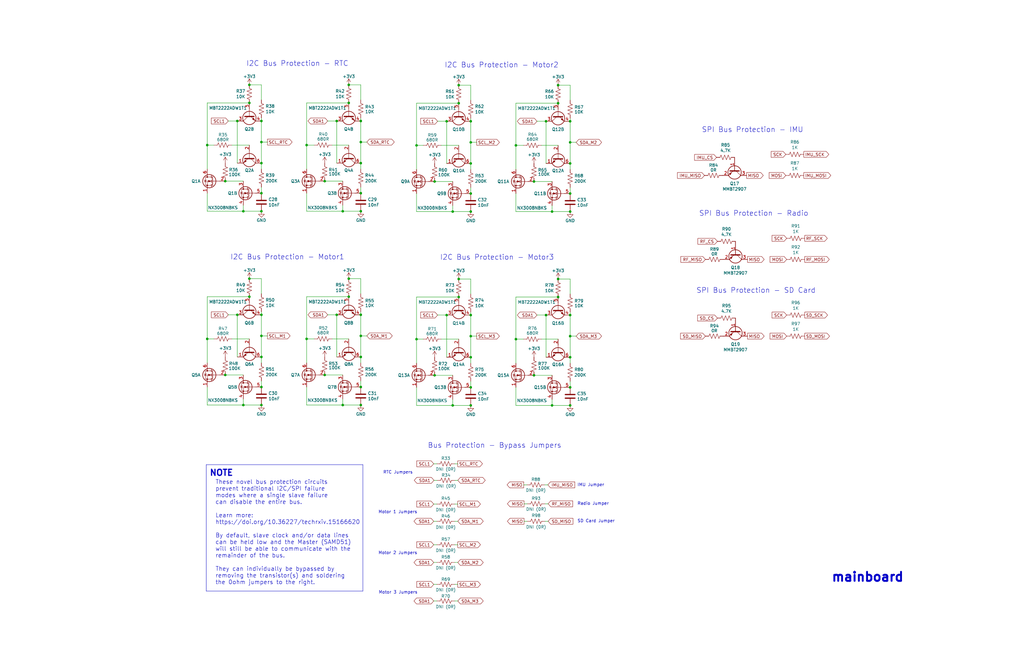
<source format=kicad_sch>
(kicad_sch (version 20230121) (generator eeschema)
  (paper "B")
  (title_block (title "PyCubed Mini") (date "2023-04-11") (rev "B3/02") (company "RExLab Carnegie Mellon University") (comment 1 "Z.Manchester") (comment 2 "N.Khera") (comment 3 "M.Holliday"))
  (junction (at 240.411 163.449))
  (junction (at 110.236 150.622))
  (junction (at 105.156 43.434))
  (junction (at 198.501 163.449))
  (junction (at 235.331 117.729))
  (junction (at 217.551 61.341))
  (junction (at 147.066 125.222))
  (junction (at 240.411 89.281))
  (junction (at 141.986 132.842))
  (junction (at 100.076 132.842))
  (junction (at 217.551 143.129))
  (junction (at 136.906 76.454))
  (junction (at 198.501 60.071))
  (junction (at 94.996 76.454))
  (junction (at 190.881 89.281))
  (junction (at 175.641 143.129))
  (junction (at 152.146 163.322))
  (junction (at 198.501 141.859))
  (junction (at 144.526 170.942))
  (junction (at 110.236 132.842))
  (junction (at 193.421 43.561))
  (junction (at 235.331 43.561))
  (junction (at 110.236 59.944))
  (junction (at 152.146 68.834))
  (junction (at 198.501 89.281))
  (junction (at 225.171 158.369))
  (junction (at 235.331 125.349))
  (junction (at 152.146 81.534))
  (junction (at 144.526 89.154))
  (junction (at 232.791 171.069))
  (junction (at 193.421 125.349))
  (junction (at 152.146 51.054))
  (junction (at 147.066 117.602))
  (junction (at 225.171 76.581))
  (junction (at 141.986 51.054))
  (junction (at 198.501 171.069))
  (junction (at 152.146 89.154))
  (junction (at 240.411 141.859))
  (junction (at 152.146 150.622))
  (junction (at 240.411 171.069))
  (junction (at 240.411 60.071))
  (junction (at 110.236 68.834))
  (junction (at 110.236 170.942))
  (junction (at 105.156 125.222))
  (junction (at 232.791 89.281))
  (junction (at 230.251 132.969))
  (junction (at 152.146 132.842))
  (junction (at 175.641 61.341))
  (junction (at 105.156 117.602))
  (junction (at 240.411 132.969))
  (junction (at 235.331 35.941))
  (junction (at 87.376 61.214))
  (junction (at 190.881 171.069))
  (junction (at 102.616 89.154))
  (junction (at 129.286 143.002))
  (junction (at 240.411 51.181))
  (junction (at 110.236 163.322))
  (junction (at 100.076 51.054))
  (junction (at 198.501 68.961))
  (junction (at 198.501 81.661))
  (junction (at 230.251 51.181))
  (junction (at 105.156 35.814))
  (junction (at 240.411 150.749))
  (junction (at 110.236 141.732))
  (junction (at 198.501 51.181))
  (junction (at 94.996 158.242))
  (junction (at 147.066 43.434))
  (junction (at 152.146 170.942))
  (junction (at 188.341 51.181))
  (junction (at 136.906 158.242))
  (junction (at 193.421 117.729))
  (junction (at 102.616 170.942))
  (junction (at 198.501 132.969))
  (junction (at 110.236 51.054))
  (junction (at 87.376 143.002))
  (junction (at 152.146 59.944))
  (junction (at 147.066 35.814))
  (junction (at 198.501 150.749))
  (junction (at 193.421 35.941))
  (junction (at 110.236 81.534))
  (junction (at 188.341 132.969))
  (junction (at 183.261 76.581))
  (junction (at 129.286 61.214))
  (junction (at 240.411 68.961))
  (junction (at 240.411 81.661))
  (junction (at 152.146 141.732))
  (junction (at 110.236 89.154))
  (junction (at 183.261 158.369))
  (wire (pts (xy 141.986 51.054) (xy 141.986 68.834)))
  (wire (pts (xy 193.04 253.619) (xy 191.77 253.619)))
  (wire (pts (xy 175.641 43.561) (xy 193.421 43.561)))
  (wire (pts (xy 110.236 117.602) (xy 105.156 117.602)))
  (wire (pts (xy 240.411 35.941) (xy 235.331 35.941)))
  (wire (pts (xy 175.641 89.281) (xy 190.881 89.281)))
  (wire (pts (xy 87.376 89.154) (xy 102.616 89.154)))
  (wire (pts (xy 201.041 60.071) (xy 198.501 60.071)))
  (wire (pts (xy 87.376 143.002) (xy 87.376 125.222)))
  (wire (pts (xy 198.501 60.071) (xy 198.501 51.181)))
  (wire (pts (xy 129.286 81.534) (xy 129.286 89.154)))
  (wire (pts (xy 152.146 42.164) (xy 152.146 35.814)))
  (wire (pts (xy 129.286 143.002) (xy 129.286 125.222)))
  (wire (pts (xy 110.236 42.164) (xy 110.236 35.814)))
  (wire (pts (xy 87.376 61.214) (xy 87.376 43.434)))
  (wire (pts (xy 110.236 71.374) (xy 110.236 68.834)))
  (wire (pts (xy 240.411 153.289) (xy 240.411 150.749)))
  (wire (pts (xy 198.501 131.699) (xy 198.501 132.969)))
  (wire (pts (xy 193.04 219.964) (xy 191.77 219.964)))
  (wire (pts (xy 144.526 168.402) (xy 144.526 170.942)))
  (wire (pts (xy 220.98 212.598) (xy 222.25 212.598)))
  (wire (pts (xy 201.041 141.859) (xy 198.501 141.859)))
  (wire (pts (xy 232.791 86.741) (xy 232.791 89.281)))
  (wire (pts (xy 231.14 212.598) (xy 229.87 212.598)))
  (wire (pts (xy 129.286 43.434) (xy 147.066 43.434)))
  (wire (pts (xy 183.261 76.581) (xy 190.881 76.581)))
  (wire (pts (xy 87.376 61.214) (xy 90.17 61.214)))
  (wire (pts (xy 231.013 204.597) (xy 229.743 204.597)))
  (wire (pts (xy 102.616 168.402) (xy 102.616 170.942)))
  (wire (pts (xy 188.341 132.969) (xy 188.341 150.749)))
  (wire (pts (xy 230.251 51.181) (xy 230.251 68.961)))
  (wire (pts (xy 129.286 163.322) (xy 129.286 170.942)))
  (wire (pts (xy 94.996 158.242) (xy 102.616 158.242)))
  (wire (pts (xy 129.286 89.154) (xy 144.526 89.154)))
  (wire (pts (xy 175.641 143.129) (xy 178.435 143.129)))
  (wire (pts (xy 129.286 61.214) (xy 132.461 61.214)))
  (wire (pts (xy 198.501 68.961) (xy 198.501 60.071)))
  (wire (pts (xy 193.421 143.129) (xy 186.055 143.129)))
  (wire (pts (xy 190.881 89.281) (xy 198.501 89.281)))
  (wire (pts (xy 193.421 61.341) (xy 186.055 61.341)))
  (wire (pts (xy 240.411 42.291) (xy 240.411 35.941)))
  (wire (pts (xy 230.251 132.969) (xy 230.251 150.749)))
  (wire (pts (xy 94.996 76.454) (xy 102.616 76.454)))
  (wire (pts (xy 240.411 150.749) (xy 240.411 141.859)))
  (wire (pts (xy 152.146 123.952) (xy 152.146 117.602)))
  (wire (pts (xy 217.551 81.661) (xy 217.551 89.281)))
  (wire (pts (xy 138.176 51.054) (xy 141.986 51.054)))
  (wire (pts (xy 198.501 71.501) (xy 198.501 68.961)))
  (wire (pts (xy 231.14 219.964) (xy 229.87 219.964)))
  (wire (pts (xy 152.146 117.602) (xy 147.066 117.602)))
  (wire (pts (xy 102.616 89.154) (xy 110.236 89.154)))
  (wire (pts (xy 198.501 49.911) (xy 198.501 51.181)))
  (wire (pts (xy 152.146 150.622) (xy 152.146 141.732)))
  (wire (pts (xy 217.551 61.341) (xy 220.726 61.341)))
  (wire (pts (xy 175.641 143.129) (xy 175.641 125.349)))
  (wire (pts (xy 226.441 51.181) (xy 230.251 51.181)))
  (wire (pts (xy 129.286 61.214) (xy 129.286 43.434)))
  (polyline (pts (xy 153.035 196.088) (xy 86.995 196.088)))
  (wire (pts (xy 193.04 229.87) (xy 191.77 229.87)))
  (wire (pts (xy 152.146 59.944) (xy 152.146 51.054)))
  (wire (pts (xy 152.146 131.572) (xy 152.146 132.842)))
  (wire (pts (xy 217.551 143.129) (xy 217.551 125.349)))
  (wire (pts (xy 182.88 195.707) (xy 184.15 195.707)))
  (wire (pts (xy 152.146 160.782) (xy 152.146 163.322)))
  (wire (pts (xy 147.066 143.002) (xy 140.081 143.002)))
  (wire (pts (xy 240.411 160.909) (xy 240.411 163.449)))
  (wire (pts (xy 182.88 253.619) (xy 184.15 253.619)))
  (wire (pts (xy 110.236 59.944) (xy 110.236 51.054)))
  (wire (pts (xy 87.376 71.374) (xy 87.376 61.214)))
  (wire (pts (xy 240.411 60.071) (xy 240.411 51.181)))
  (wire (pts (xy 217.551 43.561) (xy 235.331 43.561)))
  (wire (pts (xy 242.951 141.859) (xy 240.411 141.859)))
  (wire (pts (xy 129.286 71.374) (xy 129.286 61.214)))
  (wire (pts (xy 175.641 125.349) (xy 193.421 125.349)))
  (wire (pts (xy 182.88 212.725) (xy 184.15 212.725)))
  (wire (pts (xy 110.236 131.572) (xy 110.236 132.842)))
  (wire (pts (xy 242.951 60.071) (xy 240.411 60.071)))
  (wire (pts (xy 129.286 125.222) (xy 147.066 125.222)))
  (wire (pts (xy 188.341 51.181) (xy 188.341 68.961)))
  (wire (pts (xy 193.04 237.363) (xy 191.77 237.363)))
  (wire (pts (xy 105.156 61.214) (xy 97.79 61.214)))
  (wire (pts (xy 220.98 219.964) (xy 222.25 219.964)))
  (wire (pts (xy 217.551 153.289) (xy 217.551 143.129)))
  (wire (pts (xy 182.88 229.87) (xy 184.15 229.87)))
  (wire (pts (xy 175.641 61.341) (xy 175.641 43.561)))
  (wire (pts (xy 182.88 246.634) (xy 184.15 246.634)))
  (wire (pts (xy 240.411 131.699) (xy 240.411 132.969)))
  (wire (pts (xy 232.791 168.529) (xy 232.791 171.069)))
  (wire (pts (xy 183.261 158.369) (xy 190.881 158.369)))
  (wire (pts (xy 175.641 61.341) (xy 178.435 61.341)))
  (wire (pts (xy 105.156 143.002) (xy 97.79 143.002)))
  (wire (pts (xy 87.376 81.534) (xy 87.376 89.154)))
  (wire (pts (xy 110.236 141.732) (xy 110.236 132.842)))
  (wire (pts (xy 110.236 68.834) (xy 110.236 59.944)))
  (wire (pts (xy 87.376 143.002) (xy 90.17 143.002)))
  (polyline (pts (xy 86.995 249.428) (xy 153.035 249.428)))
  (wire (pts (xy 87.376 43.434) (xy 105.156 43.434)))
  (wire (pts (xy 87.376 153.162) (xy 87.376 143.002)))
  (wire (pts (xy 182.88 237.363) (xy 184.15 237.363)))
  (wire (pts (xy 87.376 125.222) (xy 105.156 125.222)))
  (wire (pts (xy 136.906 158.242) (xy 144.526 158.242)))
  (wire (pts (xy 198.501 153.289) (xy 198.501 150.749)))
  (wire (pts (xy 152.146 141.732) (xy 152.146 132.842)))
  (wire (pts (xy 184.531 51.181) (xy 188.341 51.181)))
  (wire (pts (xy 198.501 124.079) (xy 198.501 117.729)))
  (wire (pts (xy 182.88 219.964) (xy 184.15 219.964)))
  (wire (pts (xy 129.286 153.162) (xy 129.286 143.002)))
  (wire (pts (xy 175.641 163.449) (xy 175.641 171.069)))
  (wire (pts (xy 198.501 141.859) (xy 198.501 132.969)))
  (wire (pts (xy 154.686 59.944) (xy 152.146 59.944)))
  (wire (pts (xy 240.411 117.729) (xy 235.331 117.729)))
  (wire (pts (xy 112.776 59.944) (xy 110.236 59.944)))
  (wire (pts (xy 240.411 49.911) (xy 240.411 51.181)))
  (wire (pts (xy 144.526 89.154) (xy 152.146 89.154)))
  (wire (pts (xy 240.411 79.121) (xy 240.411 81.661)))
  (wire (pts (xy 232.791 89.281) (xy 240.411 89.281)))
  (wire (pts (xy 190.881 86.741) (xy 190.881 89.281)))
  (wire (pts (xy 152.146 35.814) (xy 147.066 35.814)))
  (wire (pts (xy 193.04 246.634) (xy 191.77 246.634)))
  (wire (pts (xy 235.331 61.341) (xy 228.346 61.341)))
  (wire (pts (xy 136.906 76.454) (xy 144.526 76.454)))
  (wire (pts (xy 184.531 132.969) (xy 188.341 132.969)))
  (wire (pts (xy 240.411 124.079) (xy 240.411 117.729)))
  (wire (pts (xy 175.641 153.289) (xy 175.641 143.129)))
  (wire (pts (xy 100.076 132.842) (xy 100.076 150.622)))
  (wire (pts (xy 154.686 141.732) (xy 152.146 141.732)))
  (wire (pts (xy 152.146 153.162) (xy 152.146 150.622)))
  (wire (pts (xy 87.376 163.322) (xy 87.376 170.942)))
  (wire (pts (xy 110.236 49.784) (xy 110.236 51.054)))
  (polyline (pts (xy 86.995 196.088) (xy 86.995 249.428)))
  (wire (pts (xy 152.146 49.784) (xy 152.146 51.054)))
  (wire (pts (xy 232.791 171.069) (xy 240.411 171.069)))
  (wire (pts (xy 102.616 170.942) (xy 110.236 170.942)))
  (wire (pts (xy 112.776 141.732) (xy 110.236 141.732)))
  (wire (pts (xy 144.526 170.942) (xy 152.146 170.942)))
  (wire (pts (xy 138.176 132.842) (xy 141.986 132.842)))
  (wire (pts (xy 198.501 150.749) (xy 198.501 141.859)))
  (wire (pts (xy 110.236 123.952) (xy 110.236 117.602)))
  (wire (pts (xy 144.526 86.614) (xy 144.526 89.154)))
  (wire (pts (xy 225.171 76.581) (xy 232.791 76.581)))
  (wire (pts (xy 226.441 132.969) (xy 230.251 132.969)))
  (wire (pts (xy 87.376 170.942) (xy 102.616 170.942)))
  (wire (pts (xy 96.266 132.842) (xy 100.076 132.842)))
  (wire (pts (xy 193.04 212.725) (xy 191.77 212.725)))
  (wire (pts (xy 100.076 51.054) (xy 100.076 68.834)))
  (polyline (pts (xy 153.035 249.428) (xy 153.035 196.088)))
  (wire (pts (xy 110.236 78.994) (xy 110.236 81.534)))
  (wire (pts (xy 152.146 78.994) (xy 152.146 81.534)))
  (wire (pts (xy 217.551 143.129) (xy 220.726 143.129)))
  (wire (pts (xy 110.236 35.814) (xy 105.156 35.814)))
  (wire (pts (xy 198.501 160.909) (xy 198.501 163.449)))
  (wire (pts (xy 110.236 153.162) (xy 110.236 150.622)))
  (wire (pts (xy 217.551 125.349) (xy 235.331 125.349)))
  (wire (pts (xy 190.881 171.069) (xy 198.501 171.069)))
  (wire (pts (xy 198.501 117.729) (xy 193.421 117.729)))
  (wire (pts (xy 240.411 68.961) (xy 240.411 60.071)))
  (wire (pts (xy 198.501 42.291) (xy 198.501 35.941)))
  (wire (pts (xy 102.616 86.614) (xy 102.616 89.154)))
  (wire (pts (xy 217.551 71.501) (xy 217.551 61.341)))
  (wire (pts (xy 147.066 61.214) (xy 140.081 61.214)))
  (wire (pts (xy 225.171 158.369) (xy 232.791 158.369)))
  (wire (pts (xy 129.286 170.942) (xy 144.526 170.942)))
  (wire (pts (xy 220.853 204.597) (xy 222.123 204.597)))
  (wire (pts (xy 240.411 71.501) (xy 240.411 68.961)))
  (wire (pts (xy 110.236 160.782) (xy 110.236 163.322)))
  (wire (pts (xy 152.146 68.834) (xy 152.146 59.944)))
  (wire (pts (xy 217.551 163.449) (xy 217.551 171.069)))
  (wire (pts (xy 175.641 81.661) (xy 175.641 89.281)))
  (wire (pts (xy 175.641 171.069) (xy 190.881 171.069)))
  (wire (pts (xy 129.286 143.002) (xy 132.461 143.002)))
  (wire (pts (xy 152.146 71.374) (xy 152.146 68.834)))
  (wire (pts (xy 217.551 89.281) (xy 232.791 89.281)))
  (wire (pts (xy 190.881 168.529) (xy 190.881 171.069)))
  (wire (pts (xy 193.04 195.707) (xy 191.77 195.707)))
  (wire (pts (xy 96.266 51.054) (xy 100.076 51.054)))
  (wire (pts (xy 183.007 202.692) (xy 184.277 202.692)))
  (wire (pts (xy 110.236 150.622) (xy 110.236 141.732)))
  (wire (pts (xy 217.551 171.069) (xy 232.791 171.069)))
  (wire (pts (xy 193.04 202.692) (xy 191.897 202.692)))
  (wire (pts (xy 198.501 35.941) (xy 193.421 35.941)))
  (wire (pts (xy 217.551 61.341) (xy 217.551 43.561)))
  (wire (pts (xy 198.501 79.121) (xy 198.501 81.661)))
  (wire (pts (xy 240.411 141.859) (xy 240.411 132.969)))
  (wire (pts (xy 175.641 71.501) (xy 175.641 61.341)))
  (wire (pts (xy 235.331 143.129) (xy 228.346 143.129)))
  (wire (pts (xy 141.986 132.842) (xy 141.986 150.622)))
  (text "SPI Bus Protection - IMU" (at 295.91 56.134 0) (effects (font (size 2.159 2.159)) (justify left bottom)))
  (text "Motor 3 Jumpers" (at 159.639 250.825 0) (effects (font (size 1.27 1.27)) (justify left bottom)))
  (text "I2C Bus Protection - RTC" (at 103.886 28.194 0) (effects (font (size 2.159 2.159)) (justify left bottom)))
  (text "I2C Bus Protection - Motor3" (at 185.547 109.982 0) (effects (font (size 2.159 2.159)) (justify left bottom)))
  (text "I2C Bus Protection - Motor2" (at 187.452 28.829 0) (effects (font (size 2.159 2.159)) (justify left bottom)))
  (text "Motor 1 Jumpers" (at 159.512 216.916 0) (effects (font (size 1.27 1.27)) (justify left bottom)))
  (text "NOTE" (at 88.265 201.168 0) (effects (font (size 2.54 2.54) (thickness 0.508) bold) (justify left bottom)))
  (text "SPI Bus Protection - SD Card" (at 293.624 123.952 0) (effects (font (size 2.159 2.159)) (justify left bottom)))
  (text "Bus Protection - Bypass Jumpers" (at 180.34 189.357 0) (effects (font (size 2.159 2.159)) (justify left bottom)))
  (text "I2C Bus Protection - Motor1" (at 97.155 109.855 0) (effects (font (size 2.159 2.159)) (justify left bottom)))
  (text "RTC Jumpers" (at 161.544 200.152 0) (effects (font (size 1.27 1.27)) (justify left bottom)))
  (text "IMU Jumper" (at 243.459 205.486 0) (effects (font (size 1.27 1.27)) (justify left bottom)))
  (text "Radio Jumper" (at 243.459 213.36 0) (effects (font (size 1.27 1.27)) (justify left bottom)))
  (text "mainboard" (at 350.393 245.872 0) (effects (font (size 3.81 3.81) (thickness 0.7976) bold) (justify left bottom)))
  (text "SPI Bus Protection - Radio" (at 294.767 91.44 0) (effects (font (size 2.159 2.159)) (justify left bottom)))
  (text "SD Card Jumper" (at 243.459 220.726 0) (effects (font (size 1.27 1.27)) (justify left bottom)))
  (text "Motor 2 Jumpers" (at 159.512 234.188 0) (effects (font (size 1.27 1.27)) (justify left bottom)))
  (text "These novel bus protection circuits\nprevent traditional I2C/SPI failure \nmodes where a single slave failure\ncan disable the entire bus.\n\nLearn more: \nhttps://doi.org/10.36227/techrxiv.15166620\n\nBy default, slave clock and/or data lines \ncan be held low and the Master (SAMD51) \nwill still be able to communicate with the \nremainder of the bus.\n\nThey can individually be bypassed by \nremoving the transistor(s) and soldering\nthe 0ohm jumpers to the right." (at 90.805 246.888 0) (effects (font (size 1.7526 1.7526)) (justify left bottom)))
  (global_label "SCL_M1" (shape output) (at 112.776 141.732 0) (property "Intersheetrefs" "${INTERSHEET_REFS}" (effects hide)))
  (global_label "SCL1" (shape input) (at 182.88 195.707 180) (property "Intersheetrefs" "${INTERSHEET_REFS}" (effects hide)))
  (global_label "SDA1" (shape bidirectional) (at 183.007 202.692 180) (property "Intersheetrefs" "${INTERSHEET_REFS}" (effects hide)))
  (global_label "SDA_RTC" (shape bidirectional) (at 154.686 59.944 0) (property "Intersheetrefs" "${INTERSHEET_REFS}" (effects hide)))
  (global_label "SCK" (shape input) (at 331.724 100.584 180) (property "Intersheetrefs" "${INTERSHEET_REFS}" (effects hide)))
  (global_label "SCK" (shape input) (at 331.343 65.151 180) (property "Intersheetrefs" "${INTERSHEET_REFS}" (effects hide)))
  (global_label "SDA1" (shape bidirectional) (at 182.88 253.619 180) (property "Intersheetrefs" "${INTERSHEET_REFS}" (effects hide)))
  (global_label "IMU_MISO" (shape input) (at 297.053 74.041 180) (property "Intersheetrefs" "${INTERSHEET_REFS}" (effects hide)))
  (global_label "SCL1" (shape input) (at 182.88 246.634 180) (property "Intersheetrefs" "${INTERSHEET_REFS}" (effects hide)))
  (global_label "SDA1" (shape bidirectional) (at 226.441 51.181 180) (property "Intersheetrefs" "${INTERSHEET_REFS}" (effects hide)))
  (global_label "MOSI" (shape input) (at 331.343 74.041 180) (property "Intersheetrefs" "${INTERSHEET_REFS}" (effects hide)))
  (global_label "SDA1" (shape bidirectional) (at 138.176 51.054 180) (property "Intersheetrefs" "${INTERSHEET_REFS}" (effects hide)))
  (global_label "SDA_M2" (shape bidirectional) (at 193.04 237.363 0) (property "Intersheetrefs" "${INTERSHEET_REFS}" (effects hide)))
  (global_label "SD_SCK" (shape output) (at 339.344 132.969 0) (property "Intersheetrefs" "${INTERSHEET_REFS}" (effects hide)))
  (global_label "SD_CS" (shape input) (at 302.514 134.239 180) (property "Intersheetrefs" "${INTERSHEET_REFS}" (effects hide)))
  (global_label "SDA_M1" (shape bidirectional) (at 193.04 219.964 0) (property "Intersheetrefs" "${INTERSHEET_REFS}" (effects hide)))
  (global_label "SDA1" (shape bidirectional) (at 182.88 237.363 180) (property "Intersheetrefs" "${INTERSHEET_REFS}" (effects hide)))
  (global_label "SCL1" (shape input) (at 182.88 229.87 180) (property "Intersheetrefs" "${INTERSHEET_REFS}" (effects hide)))
  (global_label "SCL1" (shape input) (at 184.531 51.181 180) (property "Intersheetrefs" "${INTERSHEET_REFS}" (effects hide)))
  (global_label "SCL_M1" (shape output) (at 193.04 212.725 0) (property "Intersheetrefs" "${INTERSHEET_REFS}" (effects hide)))
  (global_label "SCL1" (shape input) (at 182.88 212.725 180) (property "Intersheetrefs" "${INTERSHEET_REFS}" (effects hide)))
  (global_label "SCL1" (shape input) (at 184.531 132.969 180) (property "Intersheetrefs" "${INTERSHEET_REFS}" (effects hide)))
  (global_label "SCL1" (shape input) (at 96.266 51.054 180) (property "Intersheetrefs" "${INTERSHEET_REFS}" (effects hide)))
  (global_label "SCK" (shape input) (at 331.724 132.969 180) (property "Intersheetrefs" "${INTERSHEET_REFS}" (effects hide)))
  (global_label "SDA1" (shape bidirectional) (at 138.176 132.842 180) (property "Intersheetrefs" "${INTERSHEET_REFS}" (effects hide)))
  (global_label "SDA1" (shape bidirectional) (at 226.441 132.969 180) (property "Intersheetrefs" "${INTERSHEET_REFS}" (effects hide)))
  (global_label "SDA_M3" (shape bidirectional) (at 242.951 141.859 0) (property "Intersheetrefs" "${INTERSHEET_REFS}" (effects hide)))
  (global_label "SCL_RTC" (shape output) (at 193.04 195.707 0) (property "Intersheetrefs" "${INTERSHEET_REFS}" (effects hide)))
  (global_label "IMU_SCK" (shape output) (at 338.963 65.151 0) (property "Intersheetrefs" "${INTERSHEET_REFS}" (effects hide)))
  (global_label "RF_MOSI" (shape output) (at 339.344 109.474 0) (property "Intersheetrefs" "${INTERSHEET_REFS}" (effects hide)))
  (global_label "SD_MISO" (shape input) (at 297.434 141.859 180) (property "Intersheetrefs" "${INTERSHEET_REFS}" (effects hide)))
  (global_label "SCL1" (shape input) (at 96.266 132.842 180) (property "Intersheetrefs" "${INTERSHEET_REFS}" (effects hide)))
  (global_label "SD_MOSI" (shape output) (at 339.344 141.859 0) (property "Intersheetrefs" "${INTERSHEET_REFS}" (effects hide)))
  (global_label "IMU_MISO" (shape input) (at 231.013 204.597 0) (property "Intersheetrefs" "${INTERSHEET_REFS}" (effects hide)))
  (global_label "SD_MISO" (shape input) (at 231.14 219.964 0) (property "Intersheetrefs" "${INTERSHEET_REFS}" (effects hide)))
  (global_label "SDA1" (shape bidirectional) (at 182.88 219.964 180) (property "Intersheetrefs" "${INTERSHEET_REFS}" (effects hide)))
  (global_label "SCL_RTC" (shape output) (at 112.776 59.944 0) (property "Intersheetrefs" "${INTERSHEET_REFS}" (effects hide)))
  (global_label "RF_MISO" (shape input) (at 231.14 212.598 0) (property "Intersheetrefs" "${INTERSHEET_REFS}" (effects hide)))
  (global_label "IMU_MOSI" (shape output) (at 338.963 74.041 0) (property "Intersheetrefs" "${INTERSHEET_REFS}" (effects hide)))
  (global_label "IMU_CS" (shape input) (at 302.133 66.421 180) (property "Intersheetrefs" "${INTERSHEET_REFS}" (effects hide)))
  (global_label "MISO" (shape output) (at 314.833 74.041 0) (property "Intersheetrefs" "${INTERSHEET_REFS}" (effects hide)))
  (global_label "SDA_RTC" (shape bidirectional) (at 193.04 202.692 0) (property "Intersheetrefs" "${INTERSHEET_REFS}" (effects hide)))
  (global_label "RF_SCK" (shape output) (at 339.344 100.584 0) (property "Intersheetrefs" "${INTERSHEET_REFS}" (effects hide)))
  (global_label "MISO" (shape output) (at 220.98 212.598 180) (property "Intersheetrefs" "${INTERSHEET_REFS}" (effects hide)))
  (global_label "MISO" (shape output) (at 315.214 109.474 0) (property "Intersheetrefs" "${INTERSHEET_REFS}" (effects hide)))
  (global_label "RF_CS" (shape input) (at 302.514 101.854 180) (property "Intersheetrefs" "${INTERSHEET_REFS}" (effects hide)))
  (global_label "SDA_M3" (shape bidirectional) (at 193.04 253.619 0) (property "Intersheetrefs" "${INTERSHEET_REFS}" (effects hide)))
  (global_label "MOSI" (shape input) (at 331.724 109.474 180) (property "Intersheetrefs" "${INTERSHEET_REFS}" (effects hide)))
  (global_label "SCL_M2" (shape output) (at 193.04 229.87 0) (property "Intersheetrefs" "${INTERSHEET_REFS}" (effects hide)))
  (global_label "MISO" (shape output) (at 315.214 141.859 0) (property "Intersheetrefs" "${INTERSHEET_REFS}" (effects hide)))
  (global_label "MISO" (shape output) (at 220.853 204.597 180) (property "Intersheetrefs" "${INTERSHEET_REFS}" (effects hide)))
  (global_label "MOSI" (shape input) (at 331.724 141.859 180) (property "Intersheetrefs" "${INTERSHEET_REFS}" (effects hide)))
  (global_label "SCL_M3" (shape output) (at 193.04 246.634 0) (property "Intersheetrefs" "${INTERSHEET_REFS}" (effects hide)))
  (global_label "SCL_M3" (shape output) (at 201.041 141.859 0) (property "Intersheetrefs" "${INTERSHEET_REFS}" (effects hide)))
  (global_label "SDA_M1" (shape bidirectional) (at 154.686 141.732 0) (property "Intersheetrefs" "${INTERSHEET_REFS}" (effects hide)))
  (global_label "MISO" (shape output) (at 220.98 219.964 180) (property "Intersheetrefs" "${INTERSHEET_REFS}" (effects hide)))
  (global_label "RF_MISO" (shape input) (at 297.434 109.474 180) (property "Intersheetrefs" "${INTERSHEET_REFS}" (effects hide)))
  (global_label "SCL_M2" (shape output) (at 201.041 60.071 0) (property "Intersheetrefs" "${INTERSHEET_REFS}" (effects hide)))
  (global_label "SDA_M2" (shape bidirectional) (at 242.951 60.071 0) (property "Intersheetrefs" "${INTERSHEET_REFS}" (effects hide)))
  (symbol (lib_id "Device:R_US") (at 300.863 74.041 270) (unit 1)
    (property "Reference" "R84" (at 300.863 69.723 90))
    (property "Value" "0R" (at 300.863 71.755 90))
    (property "Footprint" "Resistor_SMD:R_0603_1608Metric" (effects hide))
    (property "Description" "0 0603" (effects hide))
  )
  (symbol (lib_id "Transistor_BJT:MBT2222ADW1T1") (at 193.421 66.421 270) (unit 1)
    (property "Reference" "Q10" (at 193.421 72.009 90))
    (property "Value" "MBT2222ADW1T1" (effects hide))
    (property "Footprint" "Package_TO_SOT_SMD:SOT-363_SC-70-6" (effects hide))
    (property "Datasheet" "http://www.onsemi.com/pub_link/Collateral/MBT2222ADW1T1-D.PDF" (effects hide))
    (property "Description" "Dual NPN BJT - 2NPN" (effects hide))
    (property "Flight" "MBT2222ADW1T1G" (effects hide))
    (property "Manufacturer_Name" "ON Semiconductor" (effects hide))
    (property "Manufacturer_Part_Number" "MBT2222ADW1T1G" (effects hide))
    (property "Proto" "MBT2222ADW1T1G" (effects hide))
  )
  (symbol (lib_id "Device:R_US") (at 301.244 141.859 270) (unit 1)
    (property "Reference" "R94" (at 301.244 137.541 90))
    (property "Value" "0R" (at 301.244 139.573 90))
    (property "Footprint" "Resistor_SMD:R_0603_1608Metric" (effects hide))
    (property "Description" "0 0603" (effects hide))
  )
  (symbol (lib_id "Device:R_US") (at 226.06 219.964 270) (unit 1)
    (property "Reference" "R98" (at 226.06 217.551 90))
    (property "Value" "DNI (0R)" (at 226.06 222.377 90))
    (property "Footprint" "Resistor_SMD:R_0603_1608Metric" (effects hide))
    (property "DNI" "DNI" (effects hide))
    (property "Description" "0 0603" (effects hide))
  )
  (symbol (lib_id "Transistor_BJT:MBT2222ADW1T1") (at 235.331 66.421 270) (unit 1)
    (property "Reference" "Q12" (at 235.331 72.009 90))
    (property "Value" "MBT2222ADW1T1" (effects hide))
    (property "Footprint" "Package_TO_SOT_SMD:SOT-363_SC-70-6" (effects hide))
    (property "Datasheet" "http://www.onsemi.com/pub_link/Collateral/MBT2222ADW1T1-D.PDF" (effects hide))
    (property "Description" "Dual NPN BJT - 2NPN" (effects hide))
    (property "Flight" "MBT2222ADW1T1G" (effects hide))
    (property "Manufacturer_Name" "ON Semiconductor" (effects hide))
    (property "Manufacturer_Part_Number" "MBT2222ADW1T1G" (effects hide))
    (property "Proto" "MBT2222ADW1T1G" (effects hide))
  )
  (symbol (lib_id "power:GND") (at 110.236 89.154 0) (unit 1)
    (property "Reference" "#PWR0144" (effects hide))
    (property "Value" "GND" (at 110.236 92.964 0))
  )
  (symbol (lib_id "Device:R_US") (at 110.236 45.974 0) (unit 1)
    (property "Reference" "R38" (at 111.9632 44.8056 0) (effects (justify left)))
    (property "Value" "10K" (at 111.9632 47.117 0) (effects (justify left)))
    (property "Footprint" "Resistor_SMD:R_0603_1608Metric" (effects hide))
    (property "Description" "10K 0603" (effects hide))
  )
  (symbol (lib_id "power:+3V3") (at 105.156 35.814 0) (unit 1)
    (property "Reference" "#PWR0140" (effects hide))
    (property "Value" "+3V3" (at 105.156 32.258 0))
  )
  (symbol (lib_id "mainboard:NX3008NBKS") (at 192.151 163.449 0) (mirror y) (unit 2)
    (property "Reference" "Q13" (at 188.341 163.449 0) (effects (justify left)))
    (property "Value" "NX3008NBKS" (effects hide))
    (property "Footprint" "Package_TO_SOT_SMD:SOT-363_SC-70-6" (effects hide))
    (property "Datasheet" "https://assets.nexperia.com/documents/data-sheet/NX3008NBKS.pdf" (effects hide))
    (property "Description" "Dual N-Channel MOSFET - 2NMOS" (effects hide))
    (property "Manufacturer_Name" "Nexperia USA Inc." (effects hide))
    (property "Manufacturer_Part_Number" "NX3008NBKS" (effects hide))
    (property "Proto" "BSS138DWQ-7" (effects hide))
  )
  (symbol (lib_id "Device:R_US") (at 193.421 121.539 0) (unit 1)
    (property "Reference" "R73" (at 191.7192 120.3706 0) (effects (justify right)))
    (property "Value" "10K" (at 191.7192 122.682 0) (effects (justify right)))
    (property "Footprint" "Resistor_SMD:R_0603_1608Metric" (effects hide))
    (property "Description" "10K 0603" (effects hide))
  )
  (symbol (lib_id "mainboard:NX3008NBKS") (at 130.556 158.242 0) (mirror y) (unit 1)
    (property "Reference" "Q7" (at 126.492 158.242 0) (effects (justify left)))
    (property "Value" "NX3008NBKS" (at 142.367 168.91 0) (effects (justify left)))
    (property "Footprint" "Package_TO_SOT_SMD:SOT-363_SC-70-6" (effects hide))
    (property "Datasheet" "https://assets.nexperia.com/documents/data-sheet/NX3008NBKS.pdf" (effects hide))
    (property "Description" "Dual N-Channel MOSFET - 2NMOS" (effects hide))
    (property "Manufacturer_Name" "Nexperia USA Inc." (effects hide))
    (property "Manufacturer_Part_Number" "NX3008NBKS" (effects hide))
    (property "Proto" "BSS138DWQ-7" (effects hide))
  )
  (symbol (lib_id "Device:R_US") (at 136.906 154.432 0) (unit 1)
    (property "Reference" "R53" (at 138.557 153.416 0) (effects (justify left)))
    (property "Value" "100K" (at 138.557 155.194 0) (effects (justify left)))
    (property "Footprint" "Resistor_SMD:R_0603_1608Metric" (effects hide))
    (property "Description" "100K 0603" (effects hide))
  )
  (symbol (lib_id "Device:R_US") (at 183.261 72.771 0) (unit 1)
    (property "Reference" "R60" (at 184.785 71.755 0) (effects (justify left)))
    (property "Value" "100K" (at 184.658 73.787 0) (effects (justify left)))
    (property "Footprint" "Resistor_SMD:R_0603_1608Metric" (effects hide))
    (property "Description" "100K 0603" (effects hide))
  )
  (symbol (lib_id "mainboard:NX3008NBKS") (at 103.886 163.322 0) (mirror y) (unit 2)
    (property "Reference" "Q5" (at 100.076 163.322 0) (effects (justify left)))
    (property "Value" "NX3008NBKS" (effects hide))
    (property "Footprint" "Package_TO_SOT_SMD:SOT-363_SC-70-6" (effects hide))
    (property "Datasheet" "https://assets.nexperia.com/documents/data-sheet/NX3008NBKS.pdf" (effects hide))
    (property "Description" "Dual N-Channel MOSFET - 2NMOS" (effects hide))
    (property "Manufacturer_Name" "Nexperia USA Inc." (effects hide))
    (property "Manufacturer_Part_Number" "NX3008NBKS" (effects hide))
    (property "Proto" "BSS138DWQ-7" (effects hide))
  )
  (symbol (lib_id "power:GND") (at 152.146 170.942 0) (unit 1)
    (property "Reference" "#PWR0156" (effects hide))
    (property "Value" "GND" (at 152.146 174.752 0))
  )
  (symbol (lib_id "Transistor_BJT:MBT2222ADW1T1") (at 235.331 130.429 90) (mirror x) (unit 2)
    (property "Reference" "Q16" (at 235.331 136.398 90))
    (property "Value" "MBT2222ADW1T1" (at 226.314 127.508 90))
    (property "Footprint" "Package_TO_SOT_SMD:SOT-363_SC-70-6" (effects hide))
    (property "Datasheet" "http://www.onsemi.com/pub_link/Collateral/MBT2222ADW1T1-D.PDF" (effects hide))
    (property "Description" "Dual NPN BJT - 2NPN" (effects hide))
    (property "Flight" "MBT2222ADW1T1G" (effects hide))
    (property "Manufacturer_Name" "ON Semiconductor" (effects hide))
    (property "Manufacturer_Part_Number" "MBT2222ADW1T1G" (effects hide))
    (property "Proto" "MBT2222ADW1T1G" (effects hide))
  )
  (symbol (lib_id "Device:R_US") (at 187.96 246.634 270) (unit 1)
    (property "Reference" "R69" (at 187.96 244.475 90))
    (property "Value" "DNI (0R)" (at 187.96 248.92 90))
    (property "Footprint" "Resistor_SMD:R_0603_1608Metric" (effects hide))
    (property "DNI" "DNI" (effects hide))
    (property "Description" "0 0603" (effects hide))
  )
  (symbol (lib_id "Device:R_US") (at 193.421 39.751 0) (unit 1)
    (property "Reference" "R61" (at 191.7192 38.5826 0) (effects (justify right)))
    (property "Value" "10K" (at 191.7192 40.894 0) (effects (justify right)))
    (property "Footprint" "Resistor_SMD:R_0603_1608Metric" (effects hide))
    (property "Description" "10K 0603" (effects hide))
  )
  (symbol (lib_id "power:GND") (at 240.411 171.069 0) (unit 1)
    (property "Reference" "#PWR0153" (effects hide))
    (property "Value" "GND" (at 240.411 174.879 0))
  )
  (symbol (lib_id "power:+3V3") (at 105.156 117.602 0) (unit 1)
    (property "Reference" "#PWR0146" (effects hide))
    (property "Value" "+3V3" (at 105.156 114.046 0))
  )
  (symbol (lib_id "Device:R_US") (at 110.236 75.184 0) (unit 1)
    (property "Reference" "R39" (at 111.9632 74.0156 0) (effects (justify left)))
    (property "Value" "200K" (at 111.9632 76.327 0) (effects (justify left)))
    (property "Footprint" "Resistor_SMD:R_0603_1608Metric" (effects hide))
    (property "Description" "200K 0603" (effects hide))
  )
  (symbol (lib_id "mainboard:NX3008NBKS") (at 218.821 158.369 0) (mirror y) (unit 1)
    (property "Reference" "Q15" (at 214.757 158.369 0) (effects (justify left)))
    (property "Value" "NX3008NBKS" (at 230.632 169.037 0) (effects (justify left)))
    (property "Footprint" "Package_TO_SOT_SMD:SOT-363_SC-70-6" (effects hide))
    (property "Datasheet" "https://assets.nexperia.com/documents/data-sheet/NX3008NBKS.pdf" (effects hide))
    (property "Description" "Dual N-Channel MOSFET - 2NMOS" (effects hide))
    (property "Manufacturer_Name" "Nexperia USA Inc." (effects hide))
    (property "Manufacturer_Part_Number" "NX3008NBKS" (effects hide))
    (property "Proto" "BSS138DWQ-7" (effects hide))
  )
  (symbol (lib_id "Device:R_US") (at 187.96 219.964 270) (unit 1)
    (property "Reference" "R46" (at 187.96 217.805 90))
    (property "Value" "DNI (0R)" (at 187.96 222.504 90))
    (property "Footprint" "Resistor_SMD:R_0603_1608Metric" (effects hide))
    (property "DNI" "DNI" (effects hide))
    (property "Description" "0 0603" (effects hide))
  )
  (symbol (lib_id "Transistor_BJT:MBT2222ADW1T1") (at 105.156 66.294 270) (unit 1)
    (property "Reference" "Q2" (at 105.156 71.882 90))
    (property "Value" "MBT2222ADW1T1" (effects hide))
    (property "Footprint" "Package_TO_SOT_SMD:SOT-363_SC-70-6" (effects hide))
    (property "Datasheet" "http://www.onsemi.com/pub_link/Collateral/MBT2222ADW1T1-D.PDF" (effects hide))
    (property "Description" "Dual NPN BJT - 2NPN" (effects hide))
    (property "Flight" "MBT2222ADW1T1G" (effects hide))
    (property "Manufacturer_Name" "ON Semiconductor" (effects hide))
    (property "Manufacturer_Part_Number" "MBT2222ADW1T1G" (effects hide))
    (property "Proto" "MBT2222ADW1T1G" (effects hide))
  )
  (symbol (lib_id "Device:R_US") (at 147.066 39.624 0) (unit 1)
    (property "Reference" "R42" (at 145.3642 38.4556 0) (effects (justify right)))
    (property "Value" "10K" (at 145.3642 40.767 0) (effects (justify right)))
    (property "Footprint" "Resistor_SMD:R_0603_1608Metric" (effects hide))
    (property "Description" "10K 0603" (effects hide))
  )
  (symbol (lib_id "Device:R_US") (at 335.534 109.474 270) (unit 1)
    (property "Reference" "R92" (at 335.534 104.267 90))
    (property "Value" "1K" (at 335.534 106.5784 90))
    (property "Footprint" "Resistor_SMD:R_0603_1608Metric" (effects hide))
    (property "Description" "1K 0603" (effects hide))
  )
  (symbol (lib_id "Device:R_US") (at 136.271 143.002 270) (unit 1)
    (property "Reference" "R52" (at 136.271 138.43 90))
    (property "Value" "680R" (at 136.271 140.462 90))
    (property "Footprint" "Resistor_SMD:R_0603_1608Metric" (effects hide))
    (property "Description" "680 0603" (effects hide))
  )
  (symbol (lib_id "Device:C") (at 198.501 167.259 0) (unit 1)
    (property "Reference" "C34" (at 201.422 166.0906 0) (effects (justify left)))
    (property "Value" "10nF" (at 201.422 168.402 0) (effects (justify left)))
    (property "Footprint" "Capacitor_SMD:C_0603_1608Metric" (effects hide))
    (property "Description" "10nF +-10% 50V X7R" (effects hide))
  )
  (symbol (lib_id "Transistor_BJT:MBT2222ADW1T1") (at 105.156 130.302 90) (mirror x) (unit 2)
    (property "Reference" "Q6" (at 105.156 136.271 90))
    (property "Value" "MBT2222ADW1T1" (at 96.139 127.381 90))
    (property "Footprint" "Package_TO_SOT_SMD:SOT-363_SC-70-6" (effects hide))
    (property "Datasheet" "http://www.onsemi.com/pub_link/Collateral/MBT2222ADW1T1-D.PDF" (effects hide))
    (property "Description" "Dual NPN BJT - 2NPN" (effects hide))
    (property "Flight" "MBT2222ADW1T1G" (effects hide))
    (property "Manufacturer_Name" "ON Semiconductor" (effects hide))
    (property "Manufacturer_Part_Number" "MBT2222ADW1T1G" (effects hide))
    (property "Proto" "MBT2222ADW1T1G" (effects hide))
  )
  (symbol (lib_id "Device:R_US") (at 225.933 204.597 270) (unit 1)
    (property "Reference" "R88" (at 225.933 202.311 90))
    (property "Value" "DNI (0R)" (at 225.933 206.883 90))
    (property "Footprint" "Resistor_SMD:R_0603_1608Metric" (effects hide))
    (property "DNI" "DNI" (effects hide))
    (property "Description" "0 0603" (effects hide))
  )
  (symbol (lib_id "Device:R_US") (at 240.411 46.101 0) (unit 1)
    (property "Reference" "R67" (at 242.189 45.212 0) (effects (justify left)))
    (property "Value" "10K" (at 242.189 47.244 0) (effects (justify left)))
    (property "Footprint" "Resistor_SMD:R_0603_1608Metric" (effects hide))
    (property "Description" "10K 0603" (effects hide))
  )
  (symbol (lib_id "Device:R_US") (at 335.534 141.859 270) (unit 1)
    (property "Reference" "R97" (at 335.534 136.652 90))
    (property "Value" "1K" (at 335.534 138.9634 90))
    (property "Footprint" "Resistor_SMD:R_0603_1608Metric" (effects hide))
    (property "Description" "1K 0603" (effects hide))
  )
  (symbol (lib_id "Device:R_US") (at 240.411 127.889 0) (unit 1)
    (property "Reference" "R79" (at 242.189 127 0) (effects (justify left)))
    (property "Value" "10K" (at 242.189 129.032 0) (effects (justify left)))
    (property "Footprint" "Resistor_SMD:R_0603_1608Metric" (effects hide))
    (property "Description" "10K 0603" (effects hide))
  )
  (symbol (lib_id "Device:R_US") (at 182.245 61.341 270) (unit 1)
    (property "Reference" "R59" (at 182.245 57.023 90))
    (property "Value" "680R" (at 182.245 59.055 90))
    (property "Footprint" "Resistor_SMD:R_0603_1608Metric" (effects hide))
    (property "Description" "680 0603" (effects hide))
  )
  (symbol (lib_id "power:+3V3") (at 235.331 117.729 0) (unit 1)
    (property "Reference" "#PWR0152" (effects hide))
    (property "Value" "+3V3" (at 235.331 114.173 0))
  )
  (symbol (lib_id "Device:R_US") (at 306.324 134.239 270) (unit 1)
    (property "Reference" "R95" (at 306.324 129.032 90))
    (property "Value" "4.7K" (at 306.324 131.3434 90))
    (property "Footprint" "Resistor_SMD:R_0603_1608Metric" (effects hide))
    (property "Description" "4.7k 0603" (effects hide))
  )
  (symbol (lib_id "Device:C") (at 152.146 167.132 0) (unit 1)
    (property "Reference" "C31" (at 155.067 165.989 0) (effects (justify left)))
    (property "Value" "10nF" (at 155.067 168.275 0) (effects (justify left)))
    (property "Footprint" "Capacitor_SMD:C_0603_1608Metric" (effects hide))
    (property "Description" "10nF +-10% 50V X7R" (effects hide))
  )
  (symbol (lib_id "Device:R_US") (at 335.153 74.041 270) (unit 1)
    (property "Reference" "R87" (at 335.153 68.834 90))
    (property "Value" "1K" (at 335.153 71.1454 90))
    (property "Footprint" "Resistor_SMD:R_0603_1608Metric" (effects hide))
    (property "Description" "1K 0603" (effects hide))
  )
  (symbol (lib_id "Device:R_US") (at 301.244 109.474 270) (unit 1)
    (property "Reference" "R89" (at 301.244 105.156 90))
    (property "Value" "0R" (at 301.244 107.188 90))
    (property "Footprint" "Resistor_SMD:R_0603_1608Metric" (effects hide))
    (property "Description" "0 0603" (effects hide))
  )
  (symbol (lib_id "power:+3V3") (at 225.171 68.961 0) (unit 1)
    (property "Reference" "#PWR0138" (effects hide))
    (property "Value" "+3V3" (at 225.171 65.278 0))
  )
  (symbol (lib_id "Device:R_US") (at 152.146 45.974 0) (unit 1)
    (property "Reference" "R43" (at 153.924 45.085 0) (effects (justify left)))
    (property "Value" "10K" (at 153.924 47.117 0) (effects (justify left)))
    (property "Footprint" "Resistor_SMD:R_0603_1608Metric" (effects hide))
    (property "Description" "10K 0603" (effects hide))
  )
  (symbol (lib_id "mainboard:MMBT2907") (at 310.134 139.319 270) (unit 1)
    (property "Reference" "Q19" (at 310.134 145.288 90))
    (property "Value" "MMBT2907" (at 310.134 147.5994 90))
    (property "Footprint" "Package_TO_SOT_SMD:SOT-23" (effects hide))
    (property "Datasheet" "https://www.diodes.com/assets/Datasheets/ds30040.pdf" (effects hide))
    (property "Description" "Single PNP BJT" (effects hide))
    (property "Flight" "MMBT2907ALT1G" (effects hide))
    (property "Manufacturer_Name" "ON Semiconductor" (effects hide))
    (property "Manufacturer_Part_Number" "MMBT2907ALT1G" (effects hide))
    (property "Proto" "MMBT2907A" (effects hide))
  )
  (symbol (lib_id "power:+3V3") (at 193.421 35.941 0) (unit 1)
    (property "Reference" "#PWR0139" (effects hide))
    (property "Value" "+3V3" (at 193.421 32.385 0))
  )
  (symbol (lib_id "Device:R_US") (at 198.501 127.889 0) (unit 1)
    (property "Reference" "R74" (at 200.2282 126.7206 0) (effects (justify left)))
    (property "Value" "10K" (at 200.2282 129.032 0) (effects (justify left)))
    (property "Footprint" "Resistor_SMD:R_0603_1608Metric" (effects hide))
    (property "Description" "10K 0603" (effects hide))
  )
  (symbol (lib_id "mainboard:NX3008NBKS") (at 130.556 76.454 0) (mirror y) (unit 1)
    (property "Reference" "Q3" (at 126.492 76.454 0) (effects (justify left)))
    (property "Value" "NX3008NBKS" (at 142.367 87.63 0) (effects (justify left)))
    (property "Footprint" "Package_TO_SOT_SMD:SOT-363_SC-70-6" (effects hide))
    (property "Datasheet" "https://assets.nexperia.com/documents/data-sheet/NX3008NBKS.pdf" (effects hide))
    (property "Description" "Dual N-Channel MOSFET - 2NMOS" (effects hide))
    (property "Manufacturer_Name" "Nexperia USA Inc." (effects hide))
    (property "Manufacturer_Part_Number" "NX3008NBKS" (effects hide))
    (property "Proto" "BSS138DWQ-7" (effects hide))
  )
  (symbol (lib_id "Device:C") (at 110.236 167.132 0) (unit 1)
    (property "Reference" "C30" (at 113.157 165.9636 0) (effects (justify left)))
    (property "Value" "10nF" (at 113.157 168.275 0) (effects (justify left)))
    (property "Footprint" "Capacitor_SMD:C_0603_1608Metric" (effects hide))
    (property "Description" "10nF +-10% 50V X7R" (effects hide))
  )
  (symbol (lib_id "power:+3V3") (at 147.066 117.602 0) (unit 1)
    (property "Reference" "#PWR0145" (effects hide))
    (property "Value" "+3V3" (at 147.066 114.046 0))
  )
  (symbol (lib_id "Transistor_BJT:MBT2222ADW1T1") (at 147.066 66.294 270) (unit 1)
    (property "Reference" "Q4" (at 147.066 71.882 90))
    (property "Value" "MBT2222ADW1T1" (effects hide))
    (property "Footprint" "Package_TO_SOT_SMD:SOT-363_SC-70-6" (effects hide))
    (property "Datasheet" "http://www.onsemi.com/pub_link/Collateral/MBT2222ADW1T1-D.PDF" (effects hide))
    (property "Description" "Dual NPN BJT - 2NPN" (effects hide))
    (property "Flight" "MBT2222ADW1T1G" (effects hide))
    (property "Manufacturer_Name" "ON Semiconductor" (effects hide))
    (property "Manufacturer_Part_Number" "MBT2222ADW1T1G" (effects hide))
    (property "Proto" "MBT2222ADW1T1G" (effects hide))
  )
  (symbol (lib_id "Device:R_US") (at 335.153 65.151 270) (unit 1)
    (property "Reference" "R86" (at 335.153 59.944 90))
    (property "Value" "1K" (at 335.153 62.2554 90))
    (property "Footprint" "Resistor_SMD:R_0603_1608Metric" (effects hide))
    (property "Description" "1K 0603" (effects hide))
  )
  (symbol (lib_id "mainboard:NX3008NBKS") (at 88.646 76.454 0) (mirror y) (unit 1)
    (property "Reference" "Q1" (at 84.582 76.454 0) (effects (justify left)))
    (property "Value" "NX3008NBKS" (at 100.33 87.63 0) (effects (justify left)))
    (property "Footprint" "Package_TO_SOT_SMD:SOT-363_SC-70-6" (effects hide))
    (property "Datasheet" "https://assets.nexperia.com/documents/data-sheet/NX3008NBKS.pdf" (effects hide))
    (property "Description" "Dual N-Channel MOSFET - 2NMOS" (effects hide))
    (property "Manufacturer_Name" "Nexperia USA Inc." (effects hide))
    (property "Manufacturer_Part_Number" "NX3008NBKS" (effects hide))
    (property "Proto" "BSS138DWQ-7" (effects hide))
  )
  (symbol (lib_id "power:+3V3") (at 136.906 150.622 0) (unit 1)
    (property "Reference" "#PWR0160" (effects hide))
    (property "Value" "+3V3" (at 136.906 146.939 0))
  )
  (symbol (lib_id "Device:R_US") (at 187.96 237.363 270) (unit 1)
    (property "Reference" "R58" (at 187.96 235.077 90))
    (property "Value" "DNI (0R)" (at 187.96 239.649 90))
    (property "Footprint" "Resistor_SMD:R_0603_1608Metric" (effects hide))
    (property "DNI" "DNI" (effects hide))
    (property "Description" "0 0603" (effects hide))
  )
  (symbol (lib_id "power:+3V3") (at 94.996 150.622 0) (unit 1)
    (property "Reference" "#PWR0154" (effects hide))
    (property "Value" "+3V3" (at 94.996 146.939 0))
  )
  (symbol (lib_id "Device:R_US") (at 182.245 143.129 270) (unit 1)
    (property "Reference" "R71" (at 182.245 138.811 90))
    (property "Value" "680R" (at 182.245 140.843 90))
    (property "Footprint" "Resistor_SMD:R_0603_1608Metric" (effects hide))
    (property "Description" "680 0603" (effects hide))
  )
  (symbol (lib_id "power:+3V3") (at 147.066 35.814 0) (unit 1)
    (property "Reference" "#PWR0141" (effects hide))
    (property "Value" "+3V3" (at 147.066 32.258 0))
  )
  (symbol (lib_id "mainboard:MMBT2907") (at 310.134 106.934 270) (unit 1)
    (property "Reference" "Q18" (at 310.134 112.903 90))
    (property "Value" "MMBT2907" (at 310.134 115.2144 90))
    (property "Footprint" "Package_TO_SOT_SMD:SOT-23" (effects hide))
    (property "Datasheet" "https://www.diodes.com/assets/Datasheets/ds30040.pdf" (effects hide))
    (property "Description" "Single PNP BJT" (effects hide))
    (property "Flight" "MMBT2907ALT1G" (effects hide))
    (property "Manufacturer_Name" "ON Semiconductor" (effects hide))
    (property "Manufacturer_Part_Number" "MMBT2907ALT1G" (effects hide))
    (property "Proto" "MMBT2907A" (effects hide))
  )
  (symbol (lib_id "mainboard:NX3008NBKS") (at 234.061 81.661 0) (mirror y) (unit 2)
    (property "Reference" "Q11" (at 230.378 81.661 0) (effects (justify left)))
    (property "Value" "NX3008NBKS" (effects hide))
    (property "Footprint" "Package_TO_SOT_SMD:SOT-363_SC-70-6" (effects hide))
    (property "Datasheet" "https://assets.nexperia.com/documents/data-sheet/NX3008NBKS.pdf" (effects hide))
    (property "Description" "Dual N-Channel MOSFET - 2NMOS" (effects hide))
    (property "Manufacturer_Name" "Nexperia USA Inc." (effects hide))
    (property "Manufacturer_Part_Number" "NX3008NBKS" (effects hide))
    (property "Proto" "BSS138DWQ-7" (effects hide))
  )
  (symbol (lib_id "Transistor_BJT:MBT2222ADW1T1") (at 235.331 148.209 270) (unit 1)
    (property "Reference" "Q16" (at 235.331 153.797 90))
    (property "Value" "MBT2222ADW1T1" (effects hide))
    (property "Footprint" "Package_TO_SOT_SMD:SOT-363_SC-70-6" (effects hide))
    (property "Datasheet" "http://www.onsemi.com/pub_link/Collateral/MBT2222ADW1T1-D.PDF" (effects hide))
    (property "Description" "Dual NPN BJT - 2NPN" (effects hide))
    (property "Flight" "MBT2222ADW1T1G" (effects hide))
    (property "Manufacturer_Name" "ON Semiconductor" (effects hide))
    (property "Manufacturer_Part_Number" "MBT2222ADW1T1G" (effects hide))
    (property "Proto" "MBT2222ADW1T1G" (effects hide))
  )
  (symbol (lib_id "Device:R_US") (at 235.331 39.751 0) (unit 1)
    (property "Reference" "R66" (at 233.6292 38.5826 0) (effects (justify right)))
    (property "Value" "10K" (at 233.6292 40.894 0) (effects (justify right)))
    (property "Footprint" "Resistor_SMD:R_0603_1608Metric" (effects hide))
    (property "Description" "10K 0603" (effects hide))
  )
  (symbol (lib_id "Device:R_US") (at 240.411 157.099 0) (unit 1)
    (property "Reference" "R80" (at 242.1382 155.9306 0) (effects (justify left)))
    (property "Value" "200K" (at 242.1382 158.242 0) (effects (justify left)))
    (property "Footprint" "Resistor_SMD:R_0603_1608Metric" (effects hide))
    (property "Description" "200K 0603" (effects hide))
  )
  (symbol (lib_id "Device:C") (at 110.236 85.344 0) (unit 1)
    (property "Reference" "C28" (at 113.157 84.1756 0) (effects (justify left)))
    (property "Value" "10nF" (at 113.157 86.487 0) (effects (justify left)))
    (property "Footprint" "Capacitor_SMD:C_0603_1608Metric" (effects hide))
    (property "Description" "10nF +-10% 50V X7R" (effects hide))
  )
  (symbol (lib_id "mainboard:NX3008NBKS") (at 103.886 81.534 0) (mirror y) (unit 2)
    (property "Reference" "Q1" (at 100.076 81.534 0) (effects (justify left)))
    (property "Value" "NX3008NBKS" (effects hide))
    (property "Footprint" "Package_TO_SOT_SMD:SOT-363_SC-70-6" (effects hide))
    (property "Datasheet" "https://assets.nexperia.com/documents/data-sheet/NX3008NBKS.pdf" (effects hide))
    (property "Description" "Dual N-Channel MOSFET - 2NMOS" (effects hide))
    (property "Manufacturer_Name" "Nexperia USA Inc." (effects hide))
    (property "Manufacturer_Part_Number" "NX3008NBKS" (effects hide))
    (property "Proto" "BSS138DWQ-7" (effects hide))
  )
  (symbol (lib_id "mainboard:NX3008NBKS") (at 192.151 81.661 0) (mirror y) (unit 2)
    (property "Reference" "Q9" (at 188.341 81.661 0) (effects (justify left)))
    (property "Value" "NX3008NBKS" (effects hide))
    (property "Footprint" "Package_TO_SOT_SMD:SOT-363_SC-70-6" (effects hide))
    (property "Datasheet" "https://assets.nexperia.com/documents/data-sheet/NX3008NBKS.pdf" (effects hide))
    (property "Description" "Dual N-Channel MOSFET - 2NMOS" (effects hide))
    (property "Manufacturer_Name" "Nexperia USA Inc." (effects hide))
    (property "Manufacturer_Part_Number" "NX3008NBKS" (effects hide))
    (property "Proto" "BSS138DWQ-7" (effects hide))
  )
  (symbol (lib_id "Transistor_BJT:MBT2222ADW1T1") (at 235.331 48.641 90) (mirror x) (unit 2)
    (property "Reference" "Q12" (at 235.331 54.61 90))
    (property "Value" "MBT2222ADW1T1" (at 226.314 45.72 90))
    (property "Footprint" "Package_TO_SOT_SMD:SOT-363_SC-70-6" (effects hide))
    (property "Datasheet" "http://www.onsemi.com/pub_link/Collateral/MBT2222ADW1T1-D.PDF" (effects hide))
    (property "Description" "Dual NPN BJT - 2NPN" (effects hide))
    (property "Flight" "MBT2222ADW1T1G" (effects hide))
    (property "Manufacturer_Name" "ON Semiconductor" (effects hide))
    (property "Manufacturer_Part_Number" "MBT2222ADW1T1G" (effects hide))
    (property "Proto" "MBT2222ADW1T1G" (effects hide))
  )
  (symbol (lib_id "Device:R_US") (at 183.261 154.559 0) (unit 1)
    (property "Reference" "R72" (at 184.785 153.543 0) (effects (justify left)))
    (property "Value" "100K" (at 184.658 155.575 0) (effects (justify left)))
    (property "Footprint" "Resistor_SMD:R_0603_1608Metric" (effects hide))
    (property "Description" "100K 0603" (effects hide))
  )
  (symbol (lib_id "mainboard:NX3008NBKS") (at 176.911 158.369 0) (mirror y) (unit 1)
    (property "Reference" "Q13" (at 172.847 158.369 0) (effects (justify left)))
    (property "Value" "NX3008NBKS" (at 188.595 169.037 0) (effects (justify left)))
    (property "Footprint" "Package_TO_SOT_SMD:SOT-363_SC-70-6" (effects hide))
    (property "Datasheet" "https://assets.nexperia.com/documents/data-sheet/NX3008NBKS.pdf" (effects hide))
    (property "Description" "Dual N-Channel MOSFET - 2NMOS" (effects hide))
    (property "Manufacturer_Name" "Nexperia USA Inc." (effects hide))
    (property "Manufacturer_Part_Number" "NX3008NBKS" (effects hide))
    (property "Proto" "BSS138DWQ-7" (effects hide))
  )
  (symbol (lib_id "Device:R_US") (at 152.146 75.184 0) (unit 1)
    (property "Reference" "R44" (at 153.8732 74.0156 0) (effects (justify left)))
    (property "Value" "200K" (at 153.8732 76.327 0) (effects (justify left)))
    (property "Footprint" "Resistor_SMD:R_0603_1608Metric" (effects hide))
    (property "Description" "200K 0603" (effects hide))
  )
  (symbol (lib_id "power:+3V3") (at 94.996 68.834 0) (unit 1)
    (property "Reference" "#PWR0137" (effects hide))
    (property "Value" "+3V3" (at 94.996 65.151 0))
  )
  (symbol (lib_id "Device:R_US") (at 306.324 101.854 270) (unit 1)
    (property "Reference" "R90" (at 306.324 96.647 90))
    (property "Value" "4.7K" (at 306.324 98.9584 90))
    (property "Footprint" "Resistor_SMD:R_0603_1608Metric" (effects hide))
    (property "Description" "4.7k 0603" (effects hide))
  )
  (symbol (lib_id "Transistor_BJT:MBT2222ADW1T1") (at 193.421 130.429 90) (mirror x) (unit 2)
    (property "Reference" "Q14" (at 193.421 136.398 90))
    (property "Value" "MBT2222ADW1T1" (at 184.404 127.508 90))
    (property "Footprint" "Package_TO_SOT_SMD:SOT-363_SC-70-6" (effects hide))
    (property "Datasheet" "http://www.onsemi.com/pub_link/Collateral/MBT2222ADW1T1-D.PDF" (effects hide))
    (property "Description" "Dual NPN BJT - 2NPN" (effects hide))
    (property "Flight" "MBT2222ADW1T1G" (effects hide))
    (property "Manufacturer_Name" "ON Semiconductor" (effects hide))
    (property "Manufacturer_Part_Number" "MBT2222ADW1T1G" (effects hide))
    (property "Proto" "MBT2222ADW1T1G" (effects hide))
  )
  (symbol (lib_id "Transistor_BJT:MBT2222ADW1T1") (at 147.066 130.302 90) (mirror x) (unit 2)
    (property "Reference" "Q8" (at 147.066 136.271 90))
    (property "Value" "MBT2222ADW1T1" (at 138.049 127.381 90))
    (property "Footprint" "Package_TO_SOT_SMD:SOT-363_SC-70-6" (effects hide))
    (property "Datasheet" "http://www.onsemi.com/pub_link/Collateral/MBT2222ADW1T1-D.PDF" (effects hide))
    (property "Description" "Dual NPN BJT - 2NPN" (effects hide))
    (property "Flight" "MBT2222ADW1T1G" (effects hide))
    (property "Manufacturer_Name" "ON Semiconductor" (effects hide))
    (property "Manufacturer_Part_Number" "MBT2222ADW1T1G" (effects hide))
    (property "Proto" "MBT2222ADW1T1G" (effects hide))
  )
  (symbol (lib_id "Device:C") (at 198.501 85.471 0) (unit 1)
    (property "Reference" "C32" (at 201.422 84.3026 0) (effects (justify left)))
    (property "Value" "10nF" (at 201.422 86.614 0) (effects (justify left)))
    (property "Footprint" "Capacitor_SMD:C_0603_1608Metric" (effects hide))
    (property "Description" "10nF +-10% 50V X7R" (effects hide))
  )
  (symbol (lib_id "Device:R_US") (at 93.98 143.002 270) (unit 1)
    (property "Reference" "R47" (at 93.98 138.684 90))
    (property "Value" "680R" (at 93.98 140.716 90))
    (property "Footprint" "Resistor_SMD:R_0603_1608Metric" (effects hide))
    (property "Description" "680 0603" (effects hide))
  )
  (symbol (lib_id "Transistor_BJT:MBT2222ADW1T1") (at 147.066 148.082 270) (unit 1)
    (property "Reference" "Q8" (at 147.066 153.67 90))
    (property "Value" "MBT2222ADW1T1" (effects hide))
    (property "Footprint" "Package_TO_SOT_SMD:SOT-363_SC-70-6" (effects hide))
    (property "Datasheet" "http://www.onsemi.com/pub_link/Collateral/MBT2222ADW1T1-D.PDF" (effects hide))
    (property "Description" "Dual NPN BJT - 2NPN" (effects hide))
    (property "Flight" "MBT2222ADW1T1G" (effects hide))
    (property "Manufacturer_Name" "ON Semiconductor" (effects hide))
    (property "Manufacturer_Part_Number" "MBT2222ADW1T1G" (effects hide))
    (property "Proto" "MBT2222ADW1T1G" (effects hide))
  )
  (symbol (lib_id "Device:R_US") (at 187.96 229.87 270) (unit 1)
    (property "Reference" "R57" (at 187.96 227.584 90))
    (property "Value" "DNI (0R)" (at 187.96 232.283 90))
    (property "Footprint" "Resistor_SMD:R_0603_1608Metric" (effects hide))
    (property "DNI" "DNI" (effects hide))
    (property "Description" "0 0603" (effects hide))
  )
  (symbol (lib_id "Device:R_US") (at 94.996 72.644 0) (unit 1)
    (property "Reference" "R36" (at 96.52 71.628 0) (effects (justify left)))
    (property "Value" "100K" (at 96.393 73.66 0) (effects (justify left)))
    (property "Footprint" "Resistor_SMD:R_0603_1608Metric" (effects hide))
    (property "Description" "100K 0603" (effects hide))
  )
  (symbol (lib_id "Device:R_US") (at 225.171 72.771 0) (unit 1)
    (property "Reference" "R65" (at 226.822 71.755 0) (effects (justify left)))
    (property "Value" "100K" (at 226.822 73.533 0) (effects (justify left)))
    (property "Footprint" "Resistor_SMD:R_0603_1608Metric" (effects hide))
    (property "Description" "100K 0603" (effects hide))
  )
  (symbol (lib_id "Device:R_US") (at 305.943 66.421 270) (unit 1)
    (property "Reference" "R85" (at 305.943 61.214 90))
    (property "Value" "4.7K" (at 305.943 63.5254 90))
    (property "Footprint" "Resistor_SMD:R_0603_1608Metric" (effects hide))
    (property "Description" "4.7k 0603" (effects hide))
  )
  (symbol (lib_id "Device:C") (at 240.411 167.259 0) (unit 1)
    (property "Reference" "C35" (at 243.332 166.116 0) (effects (justify left)))
    (property "Value" "10nF" (at 243.332 168.402 0) (effects (justify left)))
    (property "Footprint" "Capacitor_SMD:C_0603_1608Metric" (effects hide))
    (property "Description" "10nF +-10% 50V X7R" (effects hide))
  )
  (symbol (lib_id "Transistor_BJT:MBT2222ADW1T1") (at 105.156 48.514 90) (mirror x) (unit 2)
    (property "Reference" "Q2" (at 105.156 54.483 90))
    (property "Value" "MBT2222ADW1T1" (at 96.139 45.593 90))
    (property "Footprint" "Package_TO_SOT_SMD:SOT-363_SC-70-6" (effects hide))
    (property "Datasheet" "http://www.onsemi.com/pub_link/Collateral/MBT2222ADW1T1-D.PDF" (effects hide))
    (property "Description" "Dual NPN BJT - 2NPN" (effects hide))
    (property "Flight" "MBT2222ADW1T1G" (effects hide))
    (property "Manufacturer_Name" "ON Semiconductor" (effects hide))
    (property "Manufacturer_Part_Number" "MBT2222ADW1T1G" (effects hide))
    (property "Proto" "MBT2222ADW1T1G" (effects hide))
  )
  (symbol (lib_id "mainboard:NX3008NBKS") (at 234.061 163.449 0) (mirror y) (unit 2)
    (property "Reference" "Q15" (at 230.378 163.449 0) (effects (justify left)))
    (property "Value" "NX3008NBKS" (effects hide))
    (property "Footprint" "Package_TO_SOT_SMD:SOT-363_SC-70-6" (effects hide))
    (property "Datasheet" "https://assets.nexperia.com/documents/data-sheet/NX3008NBKS.pdf" (effects hide))
    (property "Description" "Dual N-Channel MOSFET - 2NMOS" (effects hide))
    (property "Manufacturer_Name" "Nexperia USA Inc." (effects hide))
    (property "Manufacturer_Part_Number" "NX3008NBKS" (effects hide))
    (property "Proto" "BSS138DWQ-7" (effects hide))
  )
  (symbol (lib_id "Device:R_US") (at 136.271 61.214 270) (unit 1)
    (property "Reference" "R40" (at 136.271 56.642 90))
    (property "Value" "680R" (at 136.271 58.674 90))
    (property "Footprint" "Resistor_SMD:R_0603_1608Metric" (effects hide))
    (property "Description" "680 0603" (effects hide))
  )
  (symbol (lib_id "power:+3V3") (at 193.421 117.729 0) (unit 1)
    (property "Reference" "#PWR0149" (effects hide))
    (property "Value" "+3V3" (at 193.421 114.173 0))
  )
  (symbol (lib_id "mainboard:NX3008NBKS") (at 88.646 158.242 0) (mirror y) (unit 1)
    (property "Reference" "Q5" (at 84.582 158.242 0) (effects (justify left)))
    (property "Value" "NX3008NBKS" (at 100.33 168.91 0) (effects (justify left)))
    (property "Footprint" "Package_TO_SOT_SMD:SOT-363_SC-70-6" (effects hide))
    (property "Datasheet" "https://assets.nexperia.com/documents/data-sheet/NX3008NBKS.pdf" (effects hide))
    (property "Description" "Dual N-Channel MOSFET - 2NMOS" (effects hide))
    (property "Manufacturer_Name" "Nexperia USA Inc." (effects hide))
    (property "Manufacturer_Part_Number" "NX3008NBKS" (effects hide))
    (property "Proto" "BSS138DWQ-7" (effects hide))
  )
  (symbol (lib_id "Device:R_US") (at 105.156 39.624 0) (unit 1)
    (property "Reference" "R37" (at 103.4542 38.4556 0) (effects (justify right)))
    (property "Value" "10K" (at 103.4542 40.767 0) (effects (justify right)))
    (property "Footprint" "Resistor_SMD:R_0603_1608Metric" (effects hide))
    (property "Description" "10K 0603" (effects hide))
  )
  (symbol (lib_id "Device:R_US") (at 93.98 61.214 270) (unit 1)
    (property "Reference" "R35" (at 93.98 56.896 90))
    (property "Value" "680R" (at 93.98 58.928 90))
    (property "Footprint" "Resistor_SMD:R_0603_1608Metric" (effects hide))
    (property "Description" "680 0603" (effects hide))
  )
  (symbol (lib_id "Device:R_US") (at 147.066 121.412 0) (unit 1)
    (property "Reference" "R54" (at 145.3642 120.2436 0) (effects (justify right)))
    (property "Value" "10K" (at 145.3642 122.555 0) (effects (justify right)))
    (property "Footprint" "Resistor_SMD:R_0603_1608Metric" (effects hide))
    (property "Description" "10K 0603" (effects hide))
  )
  (symbol (lib_id "Device:R_US") (at 152.146 127.762 0) (unit 1)
    (property "Reference" "R55" (at 153.924 126.873 0) (effects (justify left)))
    (property "Value" "10K" (at 153.924 128.905 0) (effects (justify left)))
    (property "Footprint" "Resistor_SMD:R_0603_1608Metric" (effects hide))
    (property "Description" "10K 0603" (effects hide))
  )
  (symbol (lib_id "mainboard:MMBT2907") (at 309.753 71.501 270) (unit 1)
    (property "Reference" "Q17" (at 309.753 77.47 90))
    (property "Value" "MMBT2907" (at 309.753 79.7814 90))
    (property "Footprint" "Package_TO_SOT_SMD:SOT-23" (effects hide))
    (property "Datasheet" "https://www.diodes.com/assets/Datasheets/ds30040.pdf" (effects hide))
    (property "Description" "Single PNP BJT" (effects hide))
    (property "Flight" "MMBT2907ALT1G" (effects hide))
    (property "Manufacturer_Name" "ON Semiconductor" (effects hide))
    (property "Manufacturer_Part_Number" "MMBT2907ALT1G" (effects hide))
    (property "Proto" "MMBT2907A" (effects hide))
  )
  (symbol (lib_id "Device:R_US") (at 110.236 156.972 0) (unit 1)
    (property "Reference" "R51" (at 111.9632 155.8036 0) (effects (justify left)))
    (property "Value" "200K" (at 111.9632 158.115 0) (effects (justify left)))
    (property "Footprint" "Resistor_SMD:R_0603_1608Metric" (effects hide))
    (property "Description" "200K 0603" (effects hide))
  )
  (symbol (lib_id "Device:R_US") (at 94.996 154.432 0) (unit 1)
    (property "Reference" "R48" (at 96.52 153.416 0) (effects (justify left)))
    (property "Value" "100K" (at 96.393 155.448 0) (effects (justify left)))
    (property "Footprint" "Resistor_SMD:R_0603_1608Metric" (effects hide))
    (property "Description" "100K 0603" (effects hide))
  )
  (symbol (lib_id "Device:R_US") (at 224.536 143.129 270) (unit 1)
    (property "Reference" "R76" (at 224.536 138.557 90))
    (property "Value" "680R" (at 224.536 140.589 90))
    (property "Footprint" "Resistor_SMD:R_0603_1608Metric" (effects hide))
    (property "Description" "680 0603" (effects hide))
  )
  (symbol (lib_id "Device:C") (at 152.146 85.344 0) (unit 1)
    (property "Reference" "C29" (at 155.067 84.201 0) (effects (justify left)))
    (property "Value" "10nF" (at 155.067 86.487 0) (effects (justify left)))
    (property "Footprint" "Capacitor_SMD:C_0603_1608Metric" (effects hide))
    (property "Description" "10nF +-10% 50V X7R" (effects hide))
  )
  (symbol (lib_id "mainboard:NX3008NBKS") (at 145.796 163.322 0) (mirror y) (unit 2)
    (property "Reference" "Q7" (at 142.113 163.322 0) (effects (justify left)))
    (property "Value" "NX3008NBKS" (effects hide))
    (property "Footprint" "Package_TO_SOT_SMD:SOT-363_SC-70-6" (effects hide))
    (property "Datasheet" "https://assets.nexperia.com/documents/data-sheet/NX3008NBKS.pdf" (effects hide))
    (property "Description" "Dual N-Channel MOSFET - 2NMOS" (effects hide))
    (property "Manufacturer_Name" "Nexperia USA Inc." (effects hide))
    (property "Manufacturer_Part_Number" "NX3008NBKS" (effects hide))
    (property "Proto" "BSS138DWQ-7" (effects hide))
  )
  (symbol (lib_id "power:+3V3") (at 225.171 150.749 0) (unit 1)
    (property "Reference" "#PWR0159" (effects hide))
    (property "Value" "+3V3" (at 225.171 147.066 0))
  )
  (symbol (lib_id "Device:R_US") (at 188.087 202.692 270) (unit 1)
    (property "Reference" "R34" (at 188.087 200.533 90))
    (property "Value" "DNI (0R)" (at 188.087 205.105 90))
    (property "Footprint" "Resistor_SMD:R_0603_1608Metric" (effects hide))
    (property "DNI" "DNI" (effects hide))
    (property "Description" "0 0603" (effects hide))
  )
  (symbol (lib_id "Transistor_BJT:MBT2222ADW1T1") (at 193.421 48.641 90) (mirror x) (unit 2)
    (property "Reference" "Q10" (at 193.421 54.61 90))
    (property "Value" "MBT2222ADW1T1" (at 184.404 45.72 90))
    (property "Footprint" "Package_TO_SOT_SMD:SOT-363_SC-70-6" (effects hide))
    (property "Datasheet" "http://www.onsemi.com/pub_link/Collateral/MBT2222ADW1T1-D.PDF" (effects hide))
    (property "Description" "Dual NPN BJT - 2NPN" (effects hide))
    (property "Flight" "MBT2222ADW1T1G" (effects hide))
    (property "Manufacturer_Name" "ON Semiconductor" (effects hide))
    (property "Manufacturer_Part_Number" "MBT2222ADW1T1G" (effects hide))
    (property "Proto" "MBT2222ADW1T1G" (effects hide))
  )
  (symbol (lib_id "Device:R_US") (at 226.06 212.598 270) (unit 1)
    (property "Reference" "R93" (at 226.06 210.312 90))
    (property "Value" "DNI (0R)" (at 226.06 214.884 90))
    (property "Footprint" "Resistor_SMD:R_0603_1608Metric" (effects hide))
    (property "DNI" "DNI" (effects hide))
    (property "Description" "0 0603" (effects hide))
  )
  (symbol (lib_id "Transistor_BJT:MBT2222ADW1T1") (at 193.421 148.209 270) (unit 1)
    (property "Reference" "Q14" (at 193.421 153.797 90))
    (property "Value" "MBT2222ADW1T1" (effects hide))
    (property "Footprint" "Package_TO_SOT_SMD:SOT-363_SC-70-6" (effects hide))
    (property "Datasheet" "http://www.onsemi.com/pub_link/Collateral/MBT2222ADW1T1-D.PDF" (effects hide))
    (property "Description" "Dual NPN BJT - 2NPN" (effects hide))
    (property "Flight" "MBT2222ADW1T1G" (effects hide))
    (property "Manufacturer_Name" "ON Semiconductor" (effects hide))
    (property "Manufacturer_Part_Number" "MBT2222ADW1T1G" (effects hide))
    (property "Proto" "MBT2222ADW1T1G" (effects hide))
  )
  (symbol (lib_id "Device:R_US") (at 198.501 75.311 0) (unit 1)
    (property "Reference" "R63" (at 200.2282 74.1426 0) (effects (justify left)))
    (property "Value" "200K" (at 200.2282 76.454 0) (effects (justify left)))
    (property "Footprint" "Resistor_SMD:R_0603_1608Metric" (effects hide))
    (property "Description" "200K 0603" (effects hide))
  )
  (symbol (lib_id "power:GND") (at 198.501 89.281 0) (unit 1)
    (property "Reference" "#PWR0148" (effects hide))
    (property "Value" "GND" (at 198.501 93.091 0))
  )
  (symbol (lib_id "Device:C") (at 240.411 85.471 0) (unit 1)
    (property "Reference" "C33" (at 243.332 84.328 0) (effects (justify left)))
    (property "Value" "10nF" (at 243.332 86.614 0) (effects (justify left)))
    (property "Footprint" "Capacitor_SMD:C_0603_1608Metric" (effects hide))
    (property "Description" "10nF +-10% 50V X7R" (effects hide))
  )
  (symbol (lib_id "Device:R_US") (at 198.501 157.099 0) (unit 1)
    (property "Reference" "R75" (at 200.2282 155.9306 0) (effects (justify left)))
    (property "Value" "200K" (at 200.2282 158.242 0) (effects (justify left)))
    (property "Footprint" "Resistor_SMD:R_0603_1608Metric" (effects hide))
    (property "Description" "200K 0603" (effects hide))
  )
  (symbol (lib_id "power:+3V3") (at 235.331 35.941 0) (unit 1)
    (property "Reference" "#PWR0150" (effects hide))
    (property "Value" "+3V3" (at 235.331 32.385 0))
  )
  (symbol (lib_id "Device:R_US") (at 335.534 132.969 270) (unit 1)
    (property "Reference" "R96" (at 335.534 127.762 90))
    (property "Value" "1K" (at 335.534 130.0734 90))
    (property "Footprint" "Resistor_SMD:R_0603_1608Metric" (effects hide))
    (property "Description" "1K 0603" (effects hide))
  )
  (symbol (lib_id "mainboard:NX3008NBKS") (at 145.796 81.534 0) (mirror y) (unit 2)
    (property "Reference" "Q3" (at 142.113 81.534 0) (effects (justify left)))
    (property "Value" "NX3008NBKS" (effects hide))
    (property "Footprint" "Package_TO_SOT_SMD:SOT-363_SC-70-6" (effects hide))
    (property "Datasheet" "https://assets.nexperia.com/documents/data-sheet/NX3008NBKS.pdf" (effects hide))
    (property "Description" "Dual N-Channel MOSFET - 2NMOS" (effects hide))
    (property "Manufacturer_Name" "Nexperia USA Inc." (effects hide))
    (property "Manufacturer_Part_Number" "NX3008NBKS" (effects hide))
    (property "Proto" "BSS138DWQ-7" (effects hide))
  )
  (symbol (lib_id "Device:R_US") (at 224.536 61.341 270) (unit 1)
    (property "Reference" "R64" (at 224.536 56.769 90))
    (property "Value" "680R" (at 224.536 58.801 90))
    (property "Footprint" "Resistor_SMD:R_0603_1608Metric" (effects hide))
    (property "Description" "680 0603" (effects hide))
  )
  (symbol (lib_id "Device:R_US") (at 105.156 121.412 0) (unit 1)
    (property "Reference" "R49" (at 103.4542 120.2436 0) (effects (justify right)))
    (property "Value" "10K" (at 103.4542 122.555 0) (effects (justify right)))
    (property "Footprint" "Resistor_SMD:R_0603_1608Metric" (effects hide))
    (property "Description" "10K 0603" (effects hide))
  )
  (symbol (lib_id "Device:R_US") (at 152.146 156.972 0) (unit 1)
    (property "Reference" "R56" (at 153.8732 155.8036 0) (effects (justify left)))
    (property "Value" "200K" (at 153.8732 158.115 0) (effects (justify left)))
    (property "Footprint" "Resistor_SMD:R_0603_1608Metric" (effects hide))
    (property "Description" "200K 0603" (effects hide))
  )
  (symbol (lib_id "mainboard:NX3008NBKS") (at 218.821 76.581 0) (mirror y) (unit 1)
    (property "Reference" "Q11" (at 214.757 76.581 0) (effects (justify left)))
    (property "Value" "NX3008NBKS" (at 230.632 87.757 0) (effects (justify left)))
    (property "Footprint" "Package_TO_SOT_SMD:SOT-363_SC-70-6" (effects hide))
    (property "Datasheet" "https://assets.nexperia.com/documents/data-sheet/NX3008NBKS.pdf" (effects hide))
    (property "Description" "Dual N-Channel MOSFET - 2NMOS" (effects hide))
    (property "Manufacturer_Name" "Nexperia USA Inc." (effects hide))
    (property "Manufacturer_Part_Number" "NX3008NBKS" (effects hide))
    (property "Proto" "BSS138DWQ-7" (effects hide))
  )
  (symbol (lib_id "Transistor_BJT:MBT2222ADW1T1") (at 147.066 48.514 90) (mirror x) (unit 2)
    (property "Reference" "Q4" (at 147.066 54.483 90))
    (property "Value" "MBT2222ADW1T1" (at 138.049 45.593 90))
    (property "Footprint" "Package_TO_SOT_SMD:SOT-363_SC-70-6" (effects hide))
    (property "Datasheet" "http://www.onsemi.com/pub_link/Collateral/MBT2222ADW1T1-D.PDF" (effects hide))
    (property "Description" "Dual NPN BJT - 2NPN" (effects hide))
    (property "Flight" "MBT2222ADW1T1G" (effects hide))
    (property "Manufacturer_Name" "ON Semiconductor" (effects hide))
    (property "Manufacturer_Part_Number" "MBT2222ADW1T1G" (effects hide))
    (property "Proto" "MBT2222ADW1T1G" (effects hide))
  )
  (symbol (lib_id "power:GND") (at 240.411 89.281 0) (unit 1)
    (property "Reference" "#PWR0151" (effects hide))
    (property "Value" "GND" (at 240.411 93.091 0))
  )
  (symbol (lib_id "Device:R_US") (at 136.906 72.644 0) (unit 1)
    (property "Reference" "R41" (at 138.557 71.628 0) (effects (justify left)))
    (property "Value" "100K" (at 138.557 73.406 0) (effects (justify left)))
    (property "Footprint" "Resistor_SMD:R_0603_1608Metric" (effects hide))
    (property "Description" "100K 0603" (effects hide))
  )
  (symbol (lib_id "Device:R_US") (at 240.411 75.311 0) (unit 1)
    (property "Reference" "R68" (at 242.1382 74.1426 0) (effects (justify left)))
    (property "Value" "200K" (at 242.1382 76.454 0) (effects (justify left)))
    (property "Footprint" "Resistor_SMD:R_0603_1608Metric" (effects hide))
    (property "Description" "200K 0603" (effects hide))
  )
  (symbol (lib_id "Device:R_US") (at 110.236 127.762 0) (unit 1)
    (property "Reference" "R50" (at 111.9632 126.5936 0) (effects (justify left)))
    (property "Value" "10K" (at 111.9632 128.905 0) (effects (justify left)))
    (property "Footprint" "Resistor_SMD:R_0603_1608Metric" (effects hide))
    (property "Description" "10K 0603" (effects hide))
  )
  (symbol (lib_id "power:+3V3") (at 183.261 150.749 0) (unit 1)
    (property "Reference" "#PWR0157" (effects hide))
    (property "Value" "+3V3" (at 183.261 147.066 0))
  )
  (symbol (lib_id "Device:R_US") (at 198.501 46.101 0) (unit 1)
    (property "Reference" "R62" (at 200.2282 44.9326 0) (effects (justify left)))
    (property "Value" "10K" (at 200.2282 47.244 0) (effects (justify left)))
    (property "Footprint" "Resistor_SMD:R_0603_1608Metric" (effects hide))
    (property "Description" "10K 0603" (effects hide))
  )
  (symbol (lib_id "power:+3V3") (at 183.261 68.961 0) (unit 1)
    (property "Reference" "#PWR0147" (effects hide))
    (property "Value" "+3V3" (at 183.261 65.278 0))
  )
  (symbol (lib_id "power:GND") (at 198.501 171.069 0) (unit 1)
    (property "Reference" "#PWR0158" (effects hide))
    (property "Value" "GND" (at 198.501 174.879 0))
  )
  (symbol (lib_id "power:GND") (at 152.146 89.154 0) (unit 1)
    (property "Reference" "#PWR0143" (effects hide))
    (property "Value" "GND" (at 152.146 92.964 0))
  )
  (symbol (lib_id "mainboard:NX3008NBKS") (at 176.911 76.581 0) (mirror y) (unit 1)
    (property "Reference" "Q9" (at 172.847 76.581 0) (effects (justify left)))
    (property "Value" "NX3008NBKS" (at 188.595 87.757 0) (effects (justify left)))
    (property "Footprint" "Package_TO_SOT_SMD:SOT-363_SC-70-6" (effects hide))
    (property "Datasheet" "https://assets.nexperia.com/documents/data-sheet/NX3008NBKS.pdf" (effects hide))
    (property "Description" "Dual N-Channel MOSFET - 2NMOS" (effects hide))
    (property "Manufacturer_Name" "Nexperia USA Inc." (effects hide))
    (property "Manufacturer_Part_Number" "NX3008NBKS" (effects hide))
    (property "Proto" "BSS138DWQ-7" (effects hide))
  )
  (symbol (lib_id "Device:R_US") (at 187.96 212.725 270) (unit 1)
    (property "Reference" "R45" (at 187.96 210.312 90))
    (property "Value" "DNI (0R)" (at 187.96 215.138 90))
    (property "Footprint" "Resistor_SMD:R_0603_1608Metric" (effects hide))
    (property "DNI" "DNI" (effects hide))
    (property "Description" "0 0603" (effects hide))
  )
  (symbol (lib_id "Transistor_BJT:MBT2222ADW1T1") (at 105.156 148.082 270) (unit 1)
    (property "Reference" "Q6" (at 105.156 153.67 90))
    (property "Value" "MBT2222ADW1T1" (effects hide))
    (property "Footprint" "Package_TO_SOT_SMD:SOT-363_SC-70-6" (effects hide))
    (property "Datasheet" "http://www.onsemi.com/pub_link/Collateral/MBT2222ADW1T1-D.PDF" (effects hide))
    (property "Description" "Dual NPN BJT - 2NPN" (effects hide))
    (property "Flight" "MBT2222ADW1T1G" (effects hide))
    (property "Manufacturer_Name" "ON Semiconductor" (effects hide))
    (property "Manufacturer_Part_Number" "MBT2222ADW1T1G" (effects hide))
    (property "Proto" "MBT2222ADW1T1G" (effects hide))
  )
  (symbol (lib_id "power:+3V3") (at 136.906 68.834 0) (unit 1)
    (property "Reference" "#PWR0142" (effects hide))
    (property "Value" "+3V3" (at 136.906 65.151 0))
  )
  (symbol (lib_id "Device:R_US") (at 235.331 121.539 0) (unit 1)
    (property "Reference" "R78" (at 233.6292 120.3706 0) (effects (justify right)))
    (property "Value" "10K" (at 233.6292 122.682 0) (effects (justify right)))
    (property "Footprint" "Resistor_SMD:R_0603_1608Metric" (effects hide))
    (property "Description" "10K 0603" (effects hide))
  )
  (symbol (lib_id "Device:R_US") (at 187.96 195.707 270) (unit 1)
    (property "Reference" "R33" (at 187.96 193.421 90))
    (property "Value" "DNI (0R)" (at 187.96 197.993 90))
    (property "Footprint" "Resistor_SMD:R_0603_1608Metric" (effects hide))
    (property "DNI" "DNI" (effects hide))
    (property "Description" "0 0603" (effects hide))
  )
  (symbol (lib_id "Device:R_US") (at 335.534 100.584 270) (unit 1)
    (property "Reference" "R91" (at 335.534 95.377 90))
    (property "Value" "1K" (at 335.534 97.6884 90))
    (property "Footprint" "Resistor_SMD:R_0603_1608Metric" (effects hide))
    (property "Description" "1K 0603" (effects hide))
  )
  (symbol (lib_id "Device:R_US") (at 225.171 154.559 0) (unit 1)
    (property "Reference" "R77" (at 226.822 153.543 0) (effects (justify left)))
    (property "Value" "100K" (at 226.822 155.321 0) (effects (justify left)))
    (property "Footprint" "Resistor_SMD:R_0603_1608Metric" (effects hide))
    (property "Description" "100K 0603" (effects hide))
  )
  (symbol (lib_id "Device:R_US") (at 187.96 253.619 270) (unit 1)
    (property "Reference" "R70" (at 187.96 251.587 90))
    (property "Value" "DNI (0R)" (at 187.96 256.032 90))
    (property "Footprint" "Resistor_SMD:R_0603_1608Metric" (effects hide))
    (property "DNI" "DNI" (effects hide))
    (property "Description" "0 0603" (effects hide))
  )
  (symbol (lib_id "power:GND") (at 110.236 170.942 0) (unit 1)
    (property "Reference" "#PWR0155" (effects hide))
    (property "Value" "GND" (at 110.236 174.752 0))
  )
)
</source>
